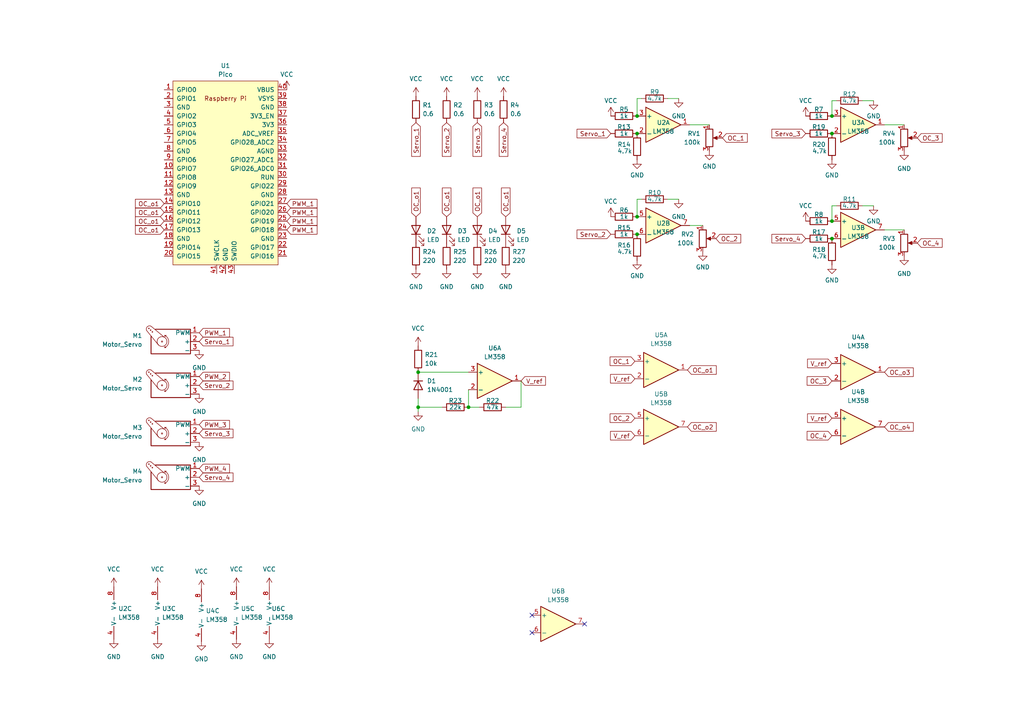
<source format=kicad_sch>
(kicad_sch (version 20230121) (generator eeschema)
  (paper "A4")
  (title_block (title "Robotic Arm") (date "2024-01-20") (rev "0.1") (company "Łukasz Przystupa"))
  (lib_symbols
    (symbol "Amplifier_Operational:LM358" (pin_names (offset 0.127))
      (property "Reference" "U" (at 0 5.08 0))
      (property "Value" "LM358" (at 0 -5.08 0))
      (symbol "LM358_1_1"
        (polyline (pts (xy -5.08 5.08) (xy 5.08 0) (xy -5.08 -5.08) (xy -5.08 5.08)) (stroke (width 0.254)) (fill (type background)))
        (pin output line (at 7.62 0 180) (length 2.54) (name "~") (number "1"))
        (pin input line (at -7.62 -2.54 0) (length 2.54) (name "-") (number "2"))
        (pin input line (at -7.62 2.54 0) (length 2.54) (name "+") (number "3"))
      )
      (symbol "LM358_2_1"
        (polyline (pts (xy -5.08 5.08) (xy 5.08 0) (xy -5.08 -5.08) (xy -5.08 5.08)) (stroke (width 0.254)) (fill (type background)))
        (pin input line (at -7.62 2.54 0) (length 2.54) (name "+") (number "5"))
        (pin input line (at -7.62 -2.54 0) (length 2.54) (name "-") (number "6"))
        (pin output line (at 7.62 0 180) (length 2.54) (name "~") (number "7"))
      )
      (symbol "LM358_3_1"
        (pin power_in line (at -2.54 -7.62 90) (length 3.81) (name "V-") (number "4"))
        (pin power_in line (at -2.54 7.62 270) (length 3.81) (name "V+") (number "8"))
      )
    )
    (symbol "Device:LED" (pin_numbers hide) (pin_names (offset 1.016) hide)
      (property "Reference" "D" (at 0 2.54 0))
      (property "Value" "LED" (at 0 -2.54 0))
      (symbol "LED_0_1"
        (polyline (pts (xy -1.27 -1.27) (xy -1.27 1.27)) (stroke (width 0.254)))
        (polyline (pts (xy -1.27 0) (xy 1.27 0)))
        (polyline (pts (xy 1.27 -1.27) (xy 1.27 1.27) (xy -1.27 0) (xy 1.27 -1.27)) (stroke (width 0.254)))
        (polyline (pts (xy -3.048 -0.762) (xy -4.572 -2.286) (xy -3.81 -2.286) (xy -4.572 -2.286) (xy -4.572 -1.524)))
        (polyline (pts (xy -1.778 -0.762) (xy -3.302 -2.286) (xy -2.54 -2.286) (xy -3.302 -2.286) (xy -3.302 -1.524)))
      )
      (symbol "LED_1_1"
        (pin passive line (at -3.81 0 0) (length 2.54) (name "K") (number "1"))
        (pin passive line (at 3.81 0 180) (length 2.54) (name "A") (number "2"))
      )
    )
    (symbol "Device:R" (pin_numbers hide) (pin_names (offset 0))
      (property "Reference" "R" (at 2.032 0 90))
      (property "Value" "R" (at 0 0 90))
      (symbol "R_0_1"
        (rectangle (start -1.016 -2.54) (end 1.016 2.54) (stroke (width 0.254)))
      )
      (symbol "R_1_1"
        (pin passive line (at 0 3.81 270) (length 1.27) (name "~") (number "1"))
        (pin passive line (at 0 -3.81 90) (length 1.27) (name "~") (number "2"))
      )
    )
    (symbol "Device:R_Potentiometer" (pin_names (offset 1.016) hide)
      (property "Reference" "RV" (at -4.445 0 90))
      (property "Value" "R_Potentiometer" (at -2.54 0 90))
      (symbol "R_Potentiometer_0_1"
        (polyline (pts (xy 2.54 0) (xy 1.524 0)))
        (polyline (pts (xy 1.143 0) (xy 2.286 0.508) (xy 2.286 -0.508) (xy 1.143 0)) (fill (type outline)))
        (rectangle (start 1.016 2.54) (end -1.016 -2.54) (stroke (width 0.254)))
      )
      (symbol "R_Potentiometer_1_1"
        (pin passive line (at 0 3.81 270) (length 1.27) (name "1") (number "1"))
        (pin passive line (at 3.81 0 180) (length 1.27) (name "2") (number "2"))
        (pin passive line (at 0 -3.81 90) (length 1.27) (name "3") (number "3"))
      )
    )
    (symbol "Diode:1N4001" (pin_numbers hide) (pin_names hide)
      (property "Reference" "D" (at 0 2.54 0))
      (property "Value" "1N4001" (at 0 -2.54 0))
      (symbol "1N4001_0_1"
        (polyline (pts (xy -1.27 1.27) (xy -1.27 -1.27)) (stroke (width 0.254)))
        (polyline (pts (xy 1.27 0) (xy -1.27 0)))
        (polyline (pts (xy 1.27 1.27) (xy 1.27 -1.27) (xy -1.27 0) (xy 1.27 1.27)) (stroke (width 0.254)))
      )
      (symbol "1N4001_1_1"
        (pin passive line (at -3.81 0 0) (length 2.54) (name "K") (number "1"))
        (pin passive line (at 3.81 0 180) (length 2.54) (name "A") (number "2"))
      )
    )
    (symbol "Motor:Motor_Servo" (pin_names (offset 0.0254))
      (property "Reference" "M" (at -5.08 4.445 0))
      (property "Value" "Motor_Servo" (at -5.08 -4.064 0))
      (symbol "Motor_Servo_0_1"
        (polyline (pts (xy 2.413 -1.778) (xy 2.032 -1.778)))
        (polyline (pts (xy 2.413 -1.778) (xy 2.286 -1.397)))
        (polyline (pts (xy 2.413 1.778) (xy 1.905 1.778)))
        (polyline (pts (xy 2.413 1.778) (xy 2.286 1.397)))
        (polyline (pts (xy 6.35 4.445) (xy 2.54 1.27)))
        (polyline (pts (xy 7.62 3.175) (xy 4.191 -1.016)))
        (polyline (pts (xy 5.08 3.556) (xy -5.08 3.556) (xy -5.08 -3.556) (xy 6.35 -3.556) (xy 6.35 1.524)) (stroke (width 0.254)))
        (arc (start 2.413 1.778) (mid 1.2406 0) (end 2.413 -1.778))
        (circle (center 3.175 0) (radius 0.1778))
        (circle (center 3.175 0) (radius 1.4224))
        (circle (center 5.969 2.794) (radius 0.127))
        (circle (center 6.477 3.302) (radius 0.127))
        (circle (center 6.985 3.81) (radius 0.127))
        (arc (start 7.62 3.175) (mid 7.4485 4.2735) (end 6.35 4.445))
      )
      (symbol "Motor_Servo_1_1"
        (pin passive line (at -7.62 2.54 0) (length 2.54) (name "PWM") (number "1"))
        (pin passive line (at -7.62 0 0) (length 2.54) (name "+") (number "2"))
        (pin passive line (at -7.62 -2.54 0) (length 2.54) (name "-") (number "3"))
      )
    )
    (symbol "Raspberry PI Pico:Pico" (pin_names (offset 1.016))
      (property "Reference" "U" (at -13.97 27.94 0))
      (property "Value" "Pico" (at 0 19.05 0))
      (symbol "Pico_0_0"
        (text "Raspberry Pi" (at 0 21.59 0) (effects (font (size 1.27 1.27))))
      )
      (symbol "Pico_0_1"
        (rectangle (start -15.24 26.67) (end 15.24 -26.67) (fill (type background)))
      )
      (symbol "Pico_1_1"
        (pin bidirectional line (at -17.78 24.13 0) (length 2.54) (name "GPIO0") (number "1"))
        (pin bidirectional line (at -17.78 1.27 0) (length 2.54) (name "GPIO7") (number "10"))
        (pin bidirectional line (at -17.78 -1.27 0) (length 2.54) (name "GPIO8") (number "11"))
        (pin bidirectional line (at -17.78 -3.81 0) (length 2.54) (name "GPIO9") (number "12"))
        (pin power_in line (at -17.78 -6.35 0) (length 2.54) (name "GND") (number "13"))
        (pin bidirectional line (at -17.78 -8.89 0) (length 2.54) (name "GPIO10") (number "14"))
        (pin bidirectional line (at -17.78 -11.43 0) (length 2.54) (name "GPIO11") (number "15"))
        (pin bidirectional line (at -17.78 -13.97 0) (length 2.54) (name "GPIO12") (number "16"))
        (pin bidirectional line (at -17.78 -16.51 0) (length 2.54) (name "GPIO13") (number "17"))
        (pin power_in line (at -17.78 -19.05 0) (length 2.54) (name "GND") (number "18"))
        (pin bidirectional line (at -17.78 -21.59 0) (length 2.54) (name "GPIO14") (number "19"))
        (pin bidirectional line (at -17.78 21.59 0) (length 2.54) (name "GPIO1") (number "2"))
        (pin bidirectional line (at -17.78 -24.13 0) (length 2.54) (name "GPIO15") (number "20"))
        (pin bidirectional line (at 17.78 -24.13 180) (length 2.54) (name "GPIO16") (number "21"))
        (pin bidirectional line (at 17.78 -21.59 180) (length 2.54) (name "GPIO17") (number "22"))
        (pin power_in line (at 17.78 -19.05 180) (length 2.54) (name "GND") (number "23"))
        (pin bidirectional line (at 17.78 -16.51 180) (length 2.54) (name "GPIO18") (number "24"))
        (pin bidirectional line (at 17.78 -13.97 180) (length 2.54) (name "GPIO19") (number "25"))
        (pin bidirectional line (at 17.78 -11.43 180) (length 2.54) (name "GPIO20") (number "26"))
        (pin bidirectional line (at 17.78 -8.89 180) (length 2.54) (name "GPIO21") (number "27"))
        (pin power_in line (at 17.78 -6.35 180) (length 2.54) (name "GND") (number "28"))
        (pin bidirectional line (at 17.78 -3.81 180) (length 2.54) (name "GPIO22") (number "29"))
        (pin power_in line (at -17.78 19.05 0) (length 2.54) (name "GND") (number "3"))
        (pin input line (at 17.78 -1.27 180) (length 2.54) (name "RUN") (number "30"))
        (pin bidirectional line (at 17.78 1.27 180) (length 2.54) (name "GPIO26_ADC0") (number "31"))
        (pin bidirectional line (at 17.78 3.81 180) (length 2.54) (name "GPIO27_ADC1") (number "32"))
        (pin power_in line (at 17.78 6.35 180) (length 2.54) (name "AGND") (number "33"))
        (pin bidirectional line (at 17.78 8.89 180) (length 2.54) (name "GPIO28_ADC2") (number "34"))
        (pin unspecified line (at 17.78 11.43 180) (length 2.54) (name "ADC_VREF") (number "35"))
        (pin unspecified line (at 17.78 13.97 180) (length 2.54) (name "3V3") (number "36"))
        (pin input line (at 17.78 16.51 180) (length 2.54) (name "3V3_EN") (number "37"))
        (pin bidirectional line (at 17.78 19.05 180) (length 2.54) (name "GND") (number "38"))
        (pin unspecified line (at 17.78 21.59 180) (length 2.54) (name "VSYS") (number "39"))
        (pin bidirectional line (at -17.78 16.51 0) (length 2.54) (name "GPIO2") (number "4"))
        (pin unspecified line (at 17.78 24.13 180) (length 2.54) (name "VBUS") (number "40"))
        (pin input line (at -2.54 -29.21 90) (length 2.54) (name "SWCLK") (number "41"))
        (pin power_in line (at 0 -29.21 90) (length 2.54) (name "GND") (number "42"))
        (pin bidirectional line (at 2.54 -29.21 90) (length 2.54) (name "SWDIO") (number "43"))
        (pin bidirectional line (at -17.78 13.97 0) (length 2.54) (name "GPIO3") (number "5"))
        (pin bidirectional line (at -17.78 11.43 0) (length 2.54) (name "GPIO4") (number "6"))
        (pin bidirectional line (at -17.78 8.89 0) (length 2.54) (name "GPIO5") (number "7"))
        (pin power_in line (at -17.78 6.35 0) (length 2.54) (name "GND") (number "8"))
        (pin bidirectional line (at -17.78 3.81 0) (length 2.54) (name "GPIO6") (number "9"))
      )
    )
    (symbol "power:GND" (power) (pin_names (offset 0))
      (property "Value" "GND" (at 0 -3.81 0))
      (symbol "GND_0_1"
        (polyline (pts (xy 0 0) (xy 0 -1.27) (xy 1.27 -1.27) (xy 0 -2.54) (xy -1.27 -1.27) (xy 0 -1.27)))
      )
      (symbol "GND_1_1"
        (pin power_in line (at 0 0 270) (length 0) hide (name "GND") (number "1"))
      )
    )
    (symbol "power:VCC" (power) (pin_names (offset 0))
      (property "Value" "VCC" (at 0 3.81 0))
      (symbol "VCC_0_1"
        (polyline (pts (xy -0.762 1.27) (xy 0 2.54)))
        (polyline (pts (xy 0 0) (xy 0 2.54)))
        (polyline (pts (xy 0 2.54) (xy 0.762 1.27)))
      )
      (symbol "VCC_1_1"
        (pin power_in line (at 0 0 90) (length 0) hide (name "VCC") (number "1"))
      )
    )
  )
  (junction (at 241.3 38.735))
  (junction (at 121.285 107.95))
  (junction (at 184.785 38.735))
  (junction (at 121.285 118.11))
  (junction (at 241.3 69.215))
  (junction (at 241.3 64.135))
  (junction (at 184.785 67.945))
  (junction (at 184.785 62.865))
  (junction (at 241.3 33.655))
  (junction (at 135.89 118.11))
  (junction (at 184.785 33.655))
  (no_connect (at 169.545 180.975))
  (no_connect (at 154.305 178.435))
  (no_connect (at 154.305 183.515))
  (wire (pts (xy 135.89 118.11) (xy 135.89 113.03)))
  (wire (pts (xy 121.285 107.95) (xy 135.89 107.95)))
  (wire (pts (xy 256.54 66.675) (xy 262.255 66.675)))
  (wire (pts (xy 193.675 28.575) (xy 196.85 28.575)))
  (wire (pts (xy 184.785 28.575) (xy 186.055 28.575)))
  (wire (pts (xy 200.025 36.195) (xy 205.74 36.195)))
  (wire (pts (xy 253.365 59.69) (xy 250.19 59.69)))
  (wire (pts (xy 146.685 118.11) (xy 151.13 118.11)))
  (wire (pts (xy 241.3 33.655) (xy 241.3 29.21)))
  (wire (pts (xy 241.3 64.135) (xy 241.3 59.69)))
  (wire (pts (xy 135.89 118.11) (xy 139.065 118.11)))
  (wire (pts (xy 253.365 29.21) (xy 250.19 29.21)))
  (wire (pts (xy 193.675 57.785) (xy 196.85 57.785)))
  (wire (pts (xy 184.785 62.865) (xy 184.785 57.785)))
  (wire (pts (xy 121.285 118.11) (xy 128.27 118.11)))
  (wire (pts (xy 121.285 118.11) (xy 121.285 115.57)))
  (wire (pts (xy 256.54 36.195) (xy 262.255 36.195)))
  (wire (pts (xy 121.285 119.38) (xy 121.285 118.11)))
  (wire (pts (xy 184.785 33.655) (xy 184.785 28.575)))
  (wire (pts (xy 241.3 29.21) (xy 242.57 29.21)))
  (wire (pts (xy 241.3 59.69) (xy 242.57 59.69)))
  (wire (pts (xy 151.13 118.11) (xy 151.13 110.49)))
  (wire (pts (xy 184.785 57.785) (xy 186.055 57.785)))
  (wire (pts (xy 200.025 65.405) (xy 203.835 65.405)))
  (global_label "OC_o1" (shape input) (at 129.54 62.865 90) (property "Intersheetrefs" "${INTERSHEET_REFS}" (effects hide)))
  (global_label "OC_o1" (shape input) (at 199.39 107.315 0) (property "Intersheetrefs" "${INTERSHEET_REFS}" (effects hide)))
  (global_label "Servo_3" (shape input) (at 138.43 35.56 270) (property "Intersheetrefs" "${INTERSHEET_REFS}" (effects hide)))
  (global_label "Servo_1" (shape input) (at 177.165 38.735 180) (property "Intersheetrefs" "${INTERSHEET_REFS}" (effects hide)))
  (global_label "V_ref" (shape input) (at 151.13 110.49 0) (property "Intersheetrefs" "${INTERSHEET_REFS}" (effects hide)))
  (global_label "OC_2" (shape input) (at 207.645 69.215 0) (property "Intersheetrefs" "${INTERSHEET_REFS}" (effects hide)))
  (global_label "Servo_2" (shape input) (at 129.54 35.56 270) (property "Intersheetrefs" "${INTERSHEET_REFS}" (effects hide)))
  (global_label "OC_3" (shape input) (at 266.065 40.005 0) (property "Intersheetrefs" "${INTERSHEET_REFS}" (effects hide)))
  (global_label "Servo_4" (shape input) (at 233.68 69.215 180) (property "Intersheetrefs" "${INTERSHEET_REFS}" (effects hide)))
  (global_label "V_ref" (shape input) (at 241.3 105.41 180) (property "Intersheetrefs" "${INTERSHEET_REFS}" (effects hide)))
  (global_label "V_ref" (shape input) (at 184.15 109.855 180) (property "Intersheetrefs" "${INTERSHEET_REFS}" (effects hide)))
  (global_label "PWM_1" (shape input) (at 83.185 59.055 0) (property "Intersheetrefs" "${INTERSHEET_REFS}" (effects hide)))
  (global_label "V_ref" (shape input) (at 184.15 126.365 180) (property "Intersheetrefs" "${INTERSHEET_REFS}" (effects hide)))
  (global_label "OC_o1" (shape input) (at 120.65 62.865 90) (property "Intersheetrefs" "${INTERSHEET_REFS}" (effects hide)))
  (global_label "PWM_1" (shape input) (at 83.185 66.675 0) (property "Intersheetrefs" "${INTERSHEET_REFS}" (effects hide)))
  (global_label "PWM_2" (shape input) (at 57.785 109.22 0) (property "Intersheetrefs" "${INTERSHEET_REFS}" (effects hide)))
  (global_label "OC_o2" (shape input) (at 199.39 123.825 0) (property "Intersheetrefs" "${INTERSHEET_REFS}" (effects hide)))
  (global_label "PWM_4" (shape input) (at 57.785 135.89 0) (property "Intersheetrefs" "${INTERSHEET_REFS}" (effects hide)))
  (global_label "OC_o1" (shape input) (at 47.625 59.055 180) (property "Intersheetrefs" "${INTERSHEET_REFS}" (effects hide)))
  (global_label "PWM_1" (shape input) (at 83.185 61.595 0) (property "Intersheetrefs" "${INTERSHEET_REFS}" (effects hide)))
  (global_label "Servo_3" (shape input) (at 233.68 38.735 180) (property "Intersheetrefs" "${INTERSHEET_REFS}" (effects hide)))
  (global_label "Servo_2" (shape input) (at 177.165 67.945 180) (property "Intersheetrefs" "${INTERSHEET_REFS}" (effects hide)))
  (global_label "Servo_3" (shape input) (at 57.785 125.73 0) (property "Intersheetrefs" "${INTERSHEET_REFS}" (effects hide)))
  (global_label "OC_4" (shape input) (at 241.3 126.365 180) (property "Intersheetrefs" "${INTERSHEET_REFS}" (effects hide)))
  (global_label "OC_o3" (shape input) (at 256.54 107.95 0) (property "Intersheetrefs" "${INTERSHEET_REFS}" (effects hide)))
  (global_label "Servo_4" (shape input) (at 57.785 138.43 0) (property "Intersheetrefs" "${INTERSHEET_REFS}" (effects hide)))
  (global_label "OC_o1" (shape input) (at 146.685 62.865 90) (property "Intersheetrefs" "${INTERSHEET_REFS}" (effects hide)))
  (global_label "OC_3" (shape input) (at 241.3 110.49 180) (property "Intersheetrefs" "${INTERSHEET_REFS}" (effects hide)))
  (global_label "OC_2" (shape input) (at 184.15 121.285 180) (property "Intersheetrefs" "${INTERSHEET_REFS}" (effects hide)))
  (global_label "OC_o1" (shape input) (at 47.625 64.135 180) (property "Intersheetrefs" "${INTERSHEET_REFS}" (effects hide)))
  (global_label "OC_4" (shape input) (at 266.065 70.485 0) (property "Intersheetrefs" "${INTERSHEET_REFS}" (effects hide)))
  (global_label "OC_1" (shape input) (at 184.15 104.775 180) (property "Intersheetrefs" "${INTERSHEET_REFS}" (effects hide)))
  (global_label "Servo_1" (shape input) (at 120.65 35.56 270) (property "Intersheetrefs" "${INTERSHEET_REFS}" (effects hide)))
  (global_label "PWM_1" (shape input) (at 83.185 64.135 0) (property "Intersheetrefs" "${INTERSHEET_REFS}" (effects hide)))
  (global_label "OC_o1" (shape input) (at 138.43 62.865 90) (property "Intersheetrefs" "${INTERSHEET_REFS}" (effects hide)))
  (global_label "OC_1" (shape input) (at 209.55 40.005 0) (property "Intersheetrefs" "${INTERSHEET_REFS}" (effects hide)))
  (global_label "OC_o1" (shape input) (at 47.625 66.675 180) (property "Intersheetrefs" "${INTERSHEET_REFS}" (effects hide)))
  (global_label "Servo_2" (shape input) (at 57.785 111.76 0) (property "Intersheetrefs" "${INTERSHEET_REFS}" (effects hide)))
  (global_label "Servo_1" (shape input) (at 57.785 99.06 0) (property "Intersheetrefs" "${INTERSHEET_REFS}" (effects hide)))
  (global_label "PWM_1" (shape input) (at 57.785 96.52 0) (property "Intersheetrefs" "${INTERSHEET_REFS}" (effects hide)))
  (global_label "OC_o1" (shape input) (at 47.625 61.595 180) (property "Intersheetrefs" "${INTERSHEET_REFS}" (effects hide)))
  (global_label "PWM_3" (shape input) (at 57.785 123.19 0) (property "Intersheetrefs" "${INTERSHEET_REFS}" (effects hide)))
  (global_label "OC_o4" (shape input) (at 256.54 123.825 0) (property "Intersheetrefs" "${INTERSHEET_REFS}" (effects hide)))
  (global_label "V_ref" (shape input) (at 241.3 121.285 180) (property "Intersheetrefs" "${INTERSHEET_REFS}" (effects hide)))
  (global_label "Servo_4" (shape input) (at 146.05 35.56 270) (property "Intersheetrefs" "${INTERSHEET_REFS}" (effects hide)))
  (symbol (lib_id "Device:R") (at 180.975 67.945 90) (unit 1)
    (property "Reference" "R15" (at 180.975 66.04 90))
    (property "Value" "1k" (at 180.975 67.945 90))
    (property "Footprint" "Resistor_SMD:R_0805_2012Metric" (effects hide))
  )
  (symbol (lib_id "Amplifier_Operational:LM358") (at 191.77 123.825 0) (unit 2)
    (property "Reference" "U5" (at 191.77 114.3 0))
    (property "Value" "LM358" (at 191.77 116.84 0))
    (property "Footprint" "Package_SO:SO-8_3.9x4.9mm_P1.27mm" (effects hide))
    (property "Datasheet" "http://www.ti.com/lit/ds/symlink/lm2904-n.pdf" (effects hide))
  )
  (symbol (lib_id "Device:R") (at 120.65 74.295 0) (unit 1)
    (property "Reference" "R24" (at 122.555 73.025 0) (effects (justify left)))
    (property "Value" "220" (at 122.555 75.565 0) (effects (justify left)))
    (property "Footprint" "Resistor_SMD:R_0805_2012Metric" (effects hide))
  )
  (symbol (lib_id "Device:R") (at 120.65 31.75 0) (unit 1)
    (property "Reference" "R1" (at 122.555 30.48 0) (effects (justify left)))
    (property "Value" "0.6" (at 122.555 33.02 0) (effects (justify left)))
    (property "Footprint" "Resistor_SMD:R_0805_2012Metric" (effects hide))
  )
  (symbol (lib_id "Device:LED") (at 138.43 66.675 90) (unit 1)
    (property "Reference" "D4" (at 141.605 66.9925 90) (effects (justify right)))
    (property "Value" "LED" (at 141.605 69.5325 90) (effects (justify right)))
    (property "Footprint" "LED_THT:LED_D2.0mm_W4.8mm_H2.5mm_FlatTop" (effects hide))
  )
  (symbol (lib_id "power:GND") (at 129.54 78.105 0) (unit 1)
    (property "Reference" "#PWR039" (effects hide))
    (property "Value" "GND" (at 129.54 83.185 0))
  )
  (symbol (lib_id "Amplifier_Operational:LM358") (at 161.925 180.975 0) (unit 2)
    (property "Reference" "U6" (at 161.925 171.45 0))
    (property "Value" "LM358" (at 161.925 173.99 0))
    (property "Footprint" "Package_SO:SO-8_3.9x4.9mm_P1.27mm" (effects hide))
    (property "Datasheet" "http://www.ti.com/lit/ds/symlink/lm2904-n.pdf" (effects hide))
  )
  (symbol (lib_id "Motor:Motor_Servo") (at 50.165 125.73 0) (mirror y) (unit 1)
    (property "Reference" "M3" (at 41.275 124.0266 0) (effects (justify left)))
    (property "Value" "Motor_Servo" (at 41.275 126.5666 0) (effects (justify left)))
    (property "Footprint" "Connector_PinHeader_2.54mm:PinHeader_1x03_P2.54mm_Horizontal" (effects hide))
    (property "Datasheet" "http://forums.parallax.com/uploads/attachments/46831/74481.png" (effects hide))
  )
  (symbol (lib_id "Device:R") (at 237.49 38.735 90) (unit 1)
    (property "Reference" "R19" (at 237.49 36.83 90))
    (property "Value" "1k" (at 237.49 38.735 90))
    (property "Footprint" "Resistor_SMD:R_0805_2012Metric" (effects hide))
  )
  (symbol (lib_id "power:GND") (at 138.43 78.105 0) (unit 1)
    (property "Reference" "#PWR040" (effects hide))
    (property "Value" "GND" (at 138.43 83.185 0))
  )
  (symbol (lib_id "power:GND") (at 262.255 43.815 0) (unit 1)
    (property "Reference" "#PWR022" (effects hide))
    (property "Value" "GND" (at 262.255 48.895 0))
  )
  (symbol (lib_id "power:VCC") (at 58.42 170.815 0) (unit 1)
    (property "Reference" "#PWR03" (effects hide))
    (property "Value" "VCC" (at 58.42 165.735 0))
  )
  (symbol (lib_id "Device:LED") (at 146.685 66.675 90) (unit 1)
    (property "Reference" "D5" (at 149.86 66.9925 90) (effects (justify right)))
    (property "Value" "LED" (at 149.86 69.5325 90) (effects (justify right)))
    (property "Footprint" "LED_THT:LED_D2.0mm_W4.8mm_H2.5mm_FlatTop" (effects hide))
  )
  (symbol (lib_id "power:GND") (at 262.255 74.295 0) (unit 1)
    (property "Reference" "#PWR021" (effects hide))
    (property "Value" "GND" (at 262.255 79.375 0))
  )
  (symbol (lib_id "Amplifier_Operational:LM358") (at 192.405 65.405 0) (unit 2)
    (property "Reference" "U2" (at 192.405 64.77 0))
    (property "Value" "LM358" (at 192.405 67.31 0))
    (property "Footprint" "Package_SO:SO-8_3.9x4.9mm_P1.27mm" (effects hide))
    (property "Datasheet" "http://www.ti.com/lit/ds/symlink/lm2904-n.pdf" (effects hide))
  )
  (symbol (lib_id "Device:R") (at 142.875 118.11 90) (unit 1)
    (property "Reference" "R22" (at 142.875 116.205 90))
    (property "Value" "47k" (at 142.875 118.11 90))
    (property "Footprint" "Resistor_SMD:R_0805_2012Metric" (effects hide))
  )
  (symbol (lib_id "Device:R") (at 246.38 29.21 90) (unit 1)
    (property "Reference" "R12" (at 246.38 27.305 90))
    (property "Value" "4.7k" (at 246.38 29.21 90))
    (property "Footprint" "Resistor_SMD:R_0805_2012Metric" (effects hide))
  )
  (symbol (lib_id "power:GND") (at 68.58 185.42 0) (unit 1)
    (property "Reference" "#PWR017" (effects hide))
    (property "Value" "GND" (at 68.58 190.5 0))
  )
  (symbol (lib_id "Device:LED") (at 120.65 66.675 90) (unit 1)
    (property "Reference" "D2" (at 123.825 66.9925 90) (effects (justify right)))
    (property "Value" "LED" (at 123.825 69.5325 90) (effects (justify right)))
    (property "Footprint" "LED_THT:LED_D2.0mm_W4.8mm_H2.5mm_FlatTop" (effects hide))
  )
  (symbol (lib_id "power:VCC") (at 78.105 170.18 0) (unit 1)
    (property "Reference" "#PWR016" (effects hide))
    (property "Value" "VCC" (at 78.105 165.1 0))
  )
  (symbol (lib_id "power:VCC") (at 146.05 27.94 0) (unit 1)
    (property "Reference" "#PWR014" (effects hide))
    (property "Value" "VCC" (at 146.05 22.86 0))
  )
  (symbol (lib_id "Amplifier_Operational:LM358") (at 191.77 107.315 0) (unit 1)
    (property "Reference" "U5" (at 191.77 97.155 0))
    (property "Value" "LM358" (at 191.77 99.695 0))
    (property "Footprint" "Package_SO:SO-8_3.9x4.9mm_P1.27mm" (effects hide))
    (property "Datasheet" "http://www.ti.com/lit/ds/symlink/lm2904-n.pdf" (effects hide))
  )
  (symbol (lib_id "Device:R") (at 184.785 71.755 180) (unit 1)
    (property "Reference" "R16" (at 179.07 71.12 0) (effects (justify right)))
    (property "Value" "4.7k" (at 179.07 73.025 0) (effects (justify right)))
    (property "Footprint" "Resistor_SMD:R_0805_2012Metric" (effects hide))
  )
  (symbol (lib_id "power:VCC") (at 68.58 170.18 0) (unit 1)
    (property "Reference" "#PWR015" (effects hide))
    (property "Value" "VCC" (at 68.58 165.1 0))
  )
  (symbol (lib_id "Amplifier_Operational:LM358") (at 248.92 123.825 0) (unit 2)
    (property "Reference" "U4" (at 248.92 113.665 0))
    (property "Value" "LM358" (at 248.92 116.205 0))
    (property "Footprint" "Package_SO:SO-8_3.9x4.9mm_P1.27mm" (effects hide))
    (property "Datasheet" "http://www.ti.com/lit/ds/symlink/lm2904-n.pdf" (effects hide))
  )
  (symbol (lib_id "Device:R_Potentiometer") (at 262.255 70.485 0) (unit 1)
    (property "Reference" "RV3" (at 259.715 69.215 0) (effects (justify right)))
    (property "Value" "100k" (at 259.715 71.755 0) (effects (justify right)))
    (property "Footprint" "Resistor_SMD:R_0805_2012Metric" (effects hide))
  )
  (symbol (lib_id "Device:R") (at 237.49 69.215 90) (unit 1)
    (property "Reference" "R17" (at 237.49 67.31 90))
    (property "Value" "1k" (at 237.49 69.215 90))
    (property "Footprint" "Resistor_SMD:R_0805_2012Metric" (effects hide))
  )
  (symbol (lib_id "Device:R") (at 146.05 31.75 0) (unit 1)
    (property "Reference" "R4" (at 147.955 30.48 0) (effects (justify left)))
    (property "Value" "0.6" (at 147.955 33.02 0) (effects (justify left)))
    (property "Footprint" "Resistor_SMD:R_0805_2012Metric" (effects hide))
  )
  (symbol (lib_id "power:GND") (at 205.74 43.815 0) (unit 1)
    (property "Reference" "#PWR019" (effects hide))
    (property "Value" "GND" (at 205.74 48.26 0))
  )
  (symbol (lib_id "power:GND") (at 196.85 28.575 0) (unit 1)
    (property "Reference" "#PWR023" (effects hide))
    (property "Value" "GND" (at 196.85 33.655 0))
  )
  (symbol (lib_id "Device:R") (at 184.785 42.545 180) (unit 1)
    (property "Reference" "R14" (at 179.07 41.91 0) (effects (justify right)))
    (property "Value" "4.7k" (at 179.07 43.815 0) (effects (justify right)))
    (property "Footprint" "Resistor_SMD:R_0805_2012Metric" (effects hide))
  )
  (symbol (lib_id "Device:R") (at 129.54 31.75 0) (unit 1)
    (property "Reference" "R2" (at 131.445 30.48 0) (effects (justify left)))
    (property "Value" "0.6" (at 131.445 33.02 0) (effects (justify left)))
    (property "Footprint" "Resistor_SMD:R_0805_2012Metric" (effects hide))
  )
  (symbol (lib_id "power:GND") (at 253.365 29.21 0) (unit 1)
    (property "Reference" "#PWR027" (effects hide))
    (property "Value" "GND" (at 253.365 33.655 0))
  )
  (symbol (lib_id "power:GND") (at 57.785 114.3 0) (unit 1)
    (property "Reference" "#PWR08" (effects hide))
    (property "Value" "GND" (at 57.785 119.38 0))
  )
  (symbol (lib_id "power:GND") (at 120.65 78.105 0) (unit 1)
    (property "Reference" "#PWR038" (effects hide))
    (property "Value" "GND" (at 120.65 83.185 0))
  )
  (symbol (lib_id "power:VCC") (at 233.68 33.655 0) (unit 1)
    (property "Reference" "#PWR035" (effects hide))
    (property "Value" "VCC" (at 233.68 29.21 0))
  )
  (symbol (lib_id "Motor:Motor_Servo") (at 50.165 138.43 0) (mirror y) (unit 1)
    (property "Reference" "M4" (at 41.275 136.7266 0) (effects (justify left)))
    (property "Value" "Motor_Servo" (at 41.275 139.2666 0) (effects (justify left)))
    (property "Footprint" "Connector_PinHeader_2.54mm:PinHeader_1x03_P2.54mm_Horizontal" (effects hide))
    (property "Datasheet" "http://forums.parallax.com/uploads/attachments/46831/74481.png" (effects hide))
  )
  (symbol (lib_id "power:GND") (at 241.3 46.355 0) (unit 1)
    (property "Reference" "#PWR032" (effects hide))
    (property "Value" "GND" (at 241.3 50.8 0))
  )
  (symbol (lib_id "Amplifier_Operational:LM358") (at 48.26 177.8 0) (unit 3)
    (property "Reference" "U3" (at 46.99 176.53 0) (effects (justify left)))
    (property "Value" "LM358" (at 46.99 179.07 0) (effects (justify left)))
    (property "Footprint" "Package_SO:SO-8_3.9x4.9mm_P1.27mm" (effects hide))
    (property "Datasheet" "http://www.ti.com/lit/ds/symlink/lm2904-n.pdf" (effects hide))
  )
  (symbol (lib_id "Amplifier_Operational:LM358") (at 248.92 36.195 0) (unit 1)
    (property "Reference" "U3" (at 248.92 35.56 0))
    (property "Value" "LM358" (at 248.92 38.1 0))
    (property "Footprint" "Package_SO:SO-8_3.9x4.9mm_P1.27mm" (effects hide))
    (property "Datasheet" "http://www.ti.com/lit/ds/symlink/lm2904-n.pdf" (effects hide))
  )
  (symbol (lib_id "Raspberry PI Pico:Pico") (at 65.405 50.165 0) (unit 1)
    (property "Reference" "U1" (at 65.405 19.05 0))
    (property "Value" "Pico" (at 65.405 21.59 0))
    (property "Footprint" "Raspberry PI Pico:RPi_Pico_SMD_TH" (effects hide))
  )
  (symbol (lib_id "Device:R") (at 132.08 118.11 90) (unit 1)
    (property "Reference" "R23" (at 132.08 116.205 90))
    (property "Value" "22k" (at 132.08 118.11 90))
    (property "Footprint" "Resistor_SMD:R_0805_2012Metric" (effects hide))
  )
  (symbol (lib_id "Device:R_Potentiometer") (at 203.835 69.215 0) (unit 1)
    (property "Reference" "RV2" (at 201.295 67.945 0) (effects (justify right)))
    (property "Value" "100k" (at 201.295 70.485 0) (effects (justify right)))
    (property "Footprint" "Resistor_SMD:R_0805_2012Metric" (effects hide))
  )
  (symbol (lib_id "Amplifier_Operational:LM358") (at 248.92 107.95 0) (unit 1)
    (property "Reference" "U4" (at 248.92 97.79 0))
    (property "Value" "LM358" (at 248.92 100.33 0))
    (property "Footprint" "Package_SO:SO-8_3.9x4.9mm_P1.27mm" (effects hide))
    (property "Datasheet" "http://www.ti.com/lit/ds/symlink/lm2904-n.pdf" (effects hide))
  )
  (symbol (lib_id "Amplifier_Operational:LM358") (at 80.645 177.8 0) (unit 3)
    (property "Reference" "U6" (at 78.74 176.53 0) (effects (justify left)))
    (property "Value" "LM358" (at 78.74 179.07 0) (effects (justify left)))
    (property "Footprint" "Package_SO:SO-8_3.9x4.9mm_P1.27mm" (effects hide))
    (property "Datasheet" "http://www.ti.com/lit/ds/symlink/lm2904-n.pdf" (effects hide))
  )
  (symbol (lib_id "power:GND") (at 57.785 140.97 0) (unit 1)
    (property "Reference" "#PWR010" (effects hide))
    (property "Value" "GND" (at 57.785 146.05 0))
  )
  (symbol (lib_id "Diode:1N4001") (at 121.285 111.76 270) (unit 1)
    (property "Reference" "D1" (at 123.825 110.49 90) (effects (justify left)))
    (property "Value" "1N4001" (at 123.825 113.03 90) (effects (justify left)))
    (property "Footprint" "Diode_SMD:D_0805_2012Metric" (effects hide))
    (property "Datasheet" "http://www.vishay.com/docs/88503/1n4001.pdf" (effects hide))
    (property "Sim.Device" "D" (effects hide))
    (property "Sim.Pins" "1=K 2=A" (effects hide))
  )
  (symbol (lib_id "Device:R_Potentiometer") (at 262.255 40.005 0) (unit 1)
    (property "Reference" "RV4" (at 259.715 38.735 0) (effects (justify right)))
    (property "Value" "100k" (at 259.715 41.275 0) (effects (justify right)))
    (property "Footprint" "Resistor_SMD:R_0805_2012Metric" (effects hide))
  )
  (symbol (lib_id "Device:R") (at 241.3 73.025 180) (unit 1)
    (property "Reference" "R18" (at 235.585 72.39 0) (effects (justify right)))
    (property "Value" "4.7k" (at 235.585 74.295 0) (effects (justify right)))
    (property "Footprint" "Resistor_SMD:R_0805_2012Metric" (effects hide))
  )
  (symbol (lib_id "power:VCC") (at 45.72 170.18 0) (unit 1)
    (property "Reference" "#PWR02" (effects hide))
    (property "Value" "VCC" (at 45.72 165.1 0))
  )
  (symbol (lib_id "power:VCC") (at 177.165 33.655 0) (unit 1)
    (property "Reference" "#PWR026" (effects hide))
    (property "Value" "VCC" (at 177.165 29.21 0))
  )
  (symbol (lib_id "Device:R") (at 129.54 74.295 0) (unit 1)
    (property "Reference" "R25" (at 131.445 73.025 0) (effects (justify left)))
    (property "Value" "220" (at 131.445 75.565 0) (effects (justify left)))
    (property "Footprint" "Resistor_SMD:R_0805_2012Metric" (effects hide))
  )
  (symbol (lib_id "power:GND") (at 121.285 119.38 0) (unit 1)
    (property "Reference" "#PWR036" (effects hide))
    (property "Value" "GND" (at 121.285 124.46 0))
  )
  (symbol (lib_id "power:GND") (at 203.835 73.025 0) (unit 1)
    (property "Reference" "#PWR020" (effects hide))
    (property "Value" "GND" (at 203.835 77.47 0))
  )
  (symbol (lib_id "Amplifier_Operational:LM358") (at 71.12 177.8 0) (unit 3)
    (property "Reference" "U5" (at 69.85 176.53 0) (effects (justify left)))
    (property "Value" "LM358" (at 69.85 179.07 0) (effects (justify left)))
    (property "Footprint" "Package_SO:SO-8_3.9x4.9mm_P1.27mm" (effects hide))
    (property "Datasheet" "http://www.ti.com/lit/ds/symlink/lm2904-n.pdf" (effects hide))
  )
  (symbol (lib_id "power:VCC") (at 33.02 170.18 0) (unit 1)
    (property "Reference" "#PWR01" (effects hide))
    (property "Value" "VCC" (at 33.02 165.1 0))
  )
  (symbol (lib_id "Amplifier_Operational:LM358") (at 248.92 66.675 0) (unit 2)
    (property "Reference" "U3" (at 248.92 66.04 0))
    (property "Value" "LM358" (at 248.92 68.58 0))
    (property "Footprint" "Package_SO:SO-8_3.9x4.9mm_P1.27mm" (effects hide))
    (property "Datasheet" "http://www.ti.com/lit/ds/symlink/lm2904-n.pdf" (effects hide))
  )
  (symbol (lib_id "power:GND") (at 45.72 185.42 0) (unit 1)
    (property "Reference" "#PWR05" (effects hide))
    (property "Value" "GND" (at 45.72 190.5 0))
  )
  (symbol (lib_id "Device:R") (at 241.3 42.545 180) (unit 1)
    (property "Reference" "R20" (at 235.585 41.91 0) (effects (justify right)))
    (property "Value" "4.7k" (at 235.585 43.815 0) (effects (justify right)))
    (property "Footprint" "Resistor_SMD:R_0805_2012Metric" (effects hide))
  )
  (symbol (lib_id "power:GND") (at 196.85 57.785 0) (unit 1)
    (property "Reference" "#PWR024" (effects hide))
    (property "Value" "GND" (at 196.85 62.865 0))
  )
  (symbol (lib_id "Device:R") (at 237.49 64.135 90) (unit 1)
    (property "Reference" "R8" (at 237.49 62.23 90))
    (property "Value" "1k" (at 237.49 64.135 90))
    (property "Footprint" "Resistor_SMD:R_0805_2012Metric" (effects hide))
  )
  (symbol (lib_id "Amplifier_Operational:LM358") (at 143.51 110.49 0) (unit 1)
    (property "Reference" "U6" (at 143.51 100.965 0))
    (property "Value" "LM358" (at 143.51 103.505 0))
    (property "Footprint" "Package_SO:SO-8_3.9x4.9mm_P1.27mm" (effects hide))
    (property "Datasheet" "http://www.ti.com/lit/ds/symlink/lm2904-n.pdf" (effects hide))
  )
  (symbol (lib_id "power:GND") (at 241.3 76.835 0) (unit 1)
    (property "Reference" "#PWR031" (effects hide))
    (property "Value" "GND" (at 241.3 81.28 0))
  )
  (symbol (lib_id "Device:R") (at 121.285 104.14 0) (unit 1)
    (property "Reference" "R21" (at 123.19 102.87 0) (effects (justify left)))
    (property "Value" "10k" (at 123.19 105.41 0) (effects (justify left)))
    (property "Footprint" "Resistor_SMD:R_0805_2012Metric" (effects hide))
  )
  (symbol (lib_id "power:GND") (at 184.785 75.565 0) (unit 1)
    (property "Reference" "#PWR030" (effects hide))
    (property "Value" "GND" (at 184.785 80.01 0))
  )
  (symbol (lib_id "power:VCC") (at 83.185 26.035 0) (unit 1)
    (property "Reference" "#PWR033" (effects hide))
    (property "Value" "VCC" (at 83.185 21.59 0))
  )
  (symbol (lib_id "power:VCC") (at 138.43 27.94 0) (unit 1)
    (property "Reference" "#PWR013" (effects hide))
    (property "Value" "VCC" (at 138.43 22.86 0))
  )
  (symbol (lib_id "Device:R") (at 180.975 33.655 90) (unit 1)
    (property "Reference" "R5" (at 180.975 31.75 90))
    (property "Value" "1k" (at 180.975 33.655 90))
    (property "Footprint" "Resistor_SMD:R_0805_2012Metric" (effects hide))
  )
  (symbol (lib_id "Device:R") (at 180.975 38.735 90) (unit 1)
    (property "Reference" "R13" (at 180.975 36.83 90))
    (property "Value" "1k" (at 180.975 38.735 90))
    (property "Footprint" "Resistor_SMD:R_0805_2012Metric" (effects hide))
  )
  (symbol (lib_id "power:VCC") (at 121.285 100.33 0) (unit 1)
    (property "Reference" "#PWR037" (effects hide))
    (property "Value" "VCC" (at 121.285 95.25 0))
  )
  (symbol (lib_id "power:GND") (at 57.785 128.27 0) (unit 1)
    (property "Reference" "#PWR09" (effects hide))
    (property "Value" "GND" (at 57.785 133.35 0))
  )
  (symbol (lib_id "power:GND") (at 57.785 101.6 0) (unit 1)
    (property "Reference" "#PWR07" (effects hide))
    (property "Value" "GND" (at 57.785 106.68 0))
  )
  (symbol (lib_id "Amplifier_Operational:LM358") (at 60.96 178.435 0) (unit 3)
    (property "Reference" "U4" (at 59.69 177.165 0) (effects (justify left)))
    (property "Value" "LM358" (at 59.69 179.705 0) (effects (justify left)))
    (property "Footprint" "Package_SO:SO-8_3.9x4.9mm_P1.27mm" (effects hide))
    (property "Datasheet" "http://www.ti.com/lit/ds/symlink/lm2904-n.pdf" (effects hide))
  )
  (symbol (lib_id "Device:R") (at 146.685 74.295 0) (unit 1)
    (property "Reference" "R27" (at 148.59 73.025 0) (effects (justify left)))
    (property "Value" "220" (at 148.59 75.565 0) (effects (justify left)))
    (property "Footprint" "Resistor_SMD:R_0805_2012Metric" (effects hide))
  )
  (symbol (lib_id "power:GND") (at 253.365 59.69 0) (unit 1)
    (property "Reference" "#PWR028" (effects hide))
    (property "Value" "GND" (at 253.365 64.135 0))
  )
  (symbol (lib_id "power:GND") (at 78.105 185.42 0) (unit 1)
    (property "Reference" "#PWR018" (effects hide))
    (property "Value" "GND" (at 78.105 190.5 0))
  )
  (symbol (lib_id "power:GND") (at 184.785 46.355 0) (unit 1)
    (property "Reference" "#PWR029" (effects hide))
    (property "Value" "GND" (at 184.785 50.8 0))
  )
  (symbol (lib_id "Device:R") (at 189.865 28.575 90) (unit 1)
    (property "Reference" "R9" (at 189.865 26.67 90))
    (property "Value" "4.7k" (at 189.865 28.575 90))
    (property "Footprint" "Resistor_SMD:R_0805_2012Metric" (effects hide))
  )
  (symbol (lib_id "Motor:Motor_Servo") (at 50.165 111.76 0) (mirror y) (unit 1)
    (property "Reference" "M2" (at 41.275 110.0566 0) (effects (justify left)))
    (property "Value" "Motor_Servo" (at 41.275 112.5966 0) (effects (justify left)))
    (property "Footprint" "Connector_PinHeader_2.54mm:PinHeader_1x03_P2.54mm_Horizontal" (effects hide))
    (property "Datasheet" "http://forums.parallax.com/uploads/attachments/46831/74481.png" (effects hide))
  )
  (symbol (lib_id "Amplifier_Operational:LM358") (at 192.405 36.195 0) (unit 1)
    (property "Reference" "U2" (at 192.405 35.56 0))
    (property "Value" "LM358" (at 192.405 38.1 0))
    (property "Footprint" "Package_SO:SO-8_3.9x4.9mm_P1.27mm" (effects hide))
    (property "Datasheet" "http://www.ti.com/lit/ds/symlink/lm2904-n.pdf" (effects hide))
  )
  (symbol (lib_id "power:GND") (at 58.42 186.055 0) (unit 1)
    (property "Reference" "#PWR06" (effects hide))
    (property "Value" "GND" (at 58.42 191.135 0))
  )
  (symbol (lib_id "power:VCC") (at 120.65 27.94 0) (unit 1)
    (property "Reference" "#PWR011" (effects hide))
    (property "Value" "VCC" (at 120.65 22.86 0))
  )
  (symbol (lib_id "Amplifier_Operational:LM358") (at 35.56 177.8 0) (unit 3)
    (property "Reference" "U2" (at 34.29 176.53 0) (effects (justify left)))
    (property "Value" "LM358" (at 34.29 179.07 0) (effects (justify left)))
    (property "Footprint" "Package_SO:SO-8_3.9x4.9mm_P1.27mm" (effects hide))
    (property "Datasheet" "http://www.ti.com/lit/ds/symlink/lm2904-n.pdf" (effects hide))
  )
  (symbol (lib_id "Device:R") (at 189.865 57.785 90) (unit 1)
    (property "Reference" "R10" (at 189.865 55.88 90))
    (property "Value" "4.7k" (at 189.865 57.785 90))
    (property "Footprint" "Resistor_SMD:R_0805_2012Metric" (effects hide))
  )
  (symbol (lib_id "Device:R") (at 246.38 59.69 90) (unit 1)
    (property "Reference" "R11" (at 246.38 57.785 90))
    (property "Value" "4.7k" (at 246.38 59.69 90))
    (property "Footprint" "Resistor_SMD:R_0805_2012Metric" (effects hide))
  )
  (symbol (lib_id "power:GND") (at 33.02 185.42 0) (unit 1)
    (property "Reference" "#PWR04" (effects hide))
    (property "Value" "GND" (at 33.02 190.5 0))
  )
  (symbol (lib_id "Device:R") (at 237.49 33.655 90) (unit 1)
    (property "Reference" "R7" (at 237.49 31.75 90))
    (property "Value" "1k" (at 237.49 33.655 90))
    (property "Footprint" "Resistor_SMD:R_0805_2012Metric" (effects hide))
  )
  (symbol (lib_id "Device:R_Potentiometer") (at 205.74 40.005 0) (unit 1)
    (property "Reference" "RV1" (at 203.2 38.735 0) (effects (justify right)))
    (property "Value" "100k" (at 203.2 41.275 0) (effects (justify right)))
    (property "Footprint" "Resistor_SMD:R_0805_2012Metric" (effects hide))
  )
  (symbol (lib_id "Device:LED") (at 129.54 66.675 90) (unit 1)
    (property "Reference" "D3" (at 132.715 66.9925 90) (effects (justify right)))
    (property "Value" "LED" (at 132.715 69.5325 90) (effects (justify right)))
    (property "Footprint" "LED_THT:LED_D2.0mm_W4.8mm_H2.5mm_FlatTop" (effects hide))
  )
  (symbol (lib_id "power:VCC") (at 233.68 64.135 0) (unit 1)
    (property "Reference" "#PWR034" (effects hide))
    (property "Value" "VCC" (at 233.68 59.69 0))
  )
  (symbol (lib_id "Device:R") (at 180.975 62.865 90) (unit 1)
    (property "Reference" "R6" (at 180.975 60.96 90))
    (property "Value" "1k" (at 180.975 62.865 90))
    (property "Footprint" "Resistor_SMD:R_0805_2012Metric" (effects hide))
  )
  (symbol (lib_id "Motor:Motor_Servo") (at 50.165 99.06 0) (mirror y) (unit 1)
    (property "Reference" "M1" (at 41.275 97.3566 0) (effects (justify left)))
    (property "Value" "Motor_Servo" (at 41.275 99.8966 0) (effects (justify left)))
    (property "Footprint" "Connector_PinHeader_2.54mm:PinHeader_1x03_P2.54mm_Horizontal" (effects hide))
    (property "Datasheet" "http://forums.parallax.com/uploads/attachments/46831/74481.png" (effects hide))
  )
  (symbol (lib_id "Device:R") (at 138.43 74.295 0) (unit 1)
    (property "Reference" "R26" (at 140.335 73.025 0) (effects (justify left)))
    (property "Value" "220" (at 140.335 75.565 0) (effects (justify left)))
    (property "Footprint" "Resistor_SMD:R_0805_2012Metric" (effects hide))
  )
  (symbol (lib_id "Device:R") (at 138.43 31.75 0) (unit 1)
    (property "Reference" "R3" (at 140.335 30.48 0) (effects (justify left)))
    (property "Value" "0.6" (at 140.335 33.02 0) (effects (justify left)))
    (property "Footprint" "Resistor_SMD:R_0805_2012Metric" (effects hide))
  )
  (symbol (lib_id "power:VCC") (at 129.54 27.94 0) (unit 1)
    (property "Reference" "#PWR012" (effects hide))
    (property "Value" "VCC" (at 129.54 22.86 0))
  )
  (symbol (lib_id "power:VCC") (at 177.165 62.865 0) (unit 1)
    (property "Reference" "#PWR025" (effects hide))
    (property "Value" "VCC" (at 177.165 58.42 0))
  )
  (symbol (lib_id "power:GND") (at 146.685 78.105 0) (unit 1)
    (property "Reference" "#PWR041" (effects hide))
    (property "Value" "GND" (at 146.685 83.185 0))
  )
)
</source>
